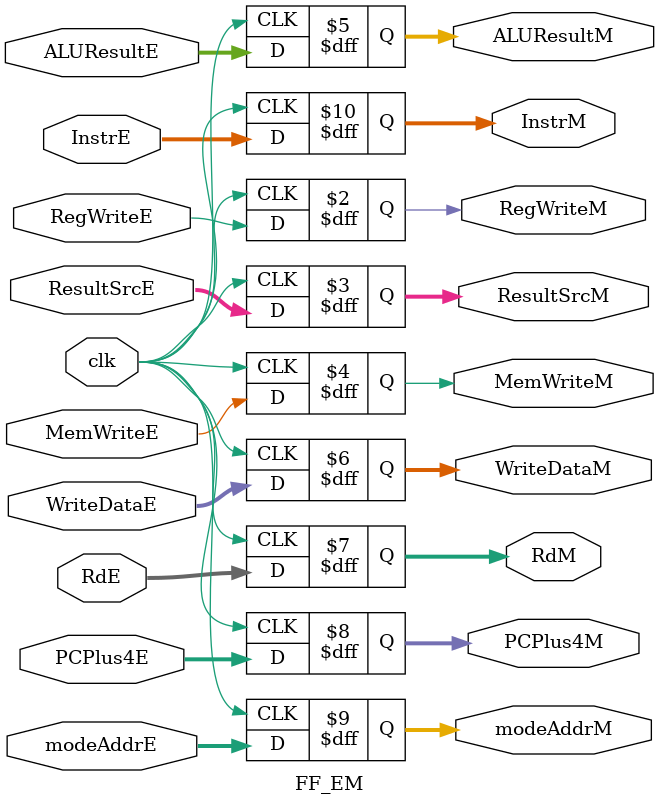
<source format=sv>
module FF_EM #(
    parameter DATA_WIDTH = 32,
    parameter WIDTH = 5
)(
    input logic clk,
    input logic RegWriteE,
    output logic RegWriteM,
    input logic [1:0] ResultSrcE,
    output logic [1:0] ResultSrcM,
    input logic MemWriteE,
    output logic MemWriteM,
    input logic [DATA_WIDTH-1:0] ALUResultE,
    output logic [DATA_WIDTH-1:0] ALUResultM,
    input logic [DATA_WIDTH-1:0] WriteDataE,
    output logic [DATA_WIDTH-1:0] WriteDataM,
    input logic [WIDTH-1:0] RdE,
    output logic [WIDTH-1:0] RdM,
    input logic [DATA_WIDTH-1:0] PCPlus4E,
    output logic [DATA_WIDTH-1:0] PCPlus4M,
    input logic [2:0] modeAddrE,
    output logic [2:0] modeAddrM,
    //for debugging
    input logic [DATA_WIDTH-1:0] InstrE,
    output logic [DATA_WIDTH-1:0] InstrM
);

always_ff @(posedge clk) begin
    RegWriteM <= RegWriteE;
    ResultSrcM <= ResultSrcE;
    MemWriteM <= MemWriteE;
    ALUResultM <= ALUResultE;
    WriteDataM <= WriteDataE;
    RdM <= RdE;
    PCPlus4M <= PCPlus4E;
    modeAddrM <= modeAddrE;
    //for debugging
    InstrM <= InstrE;
end

endmodule

</source>
